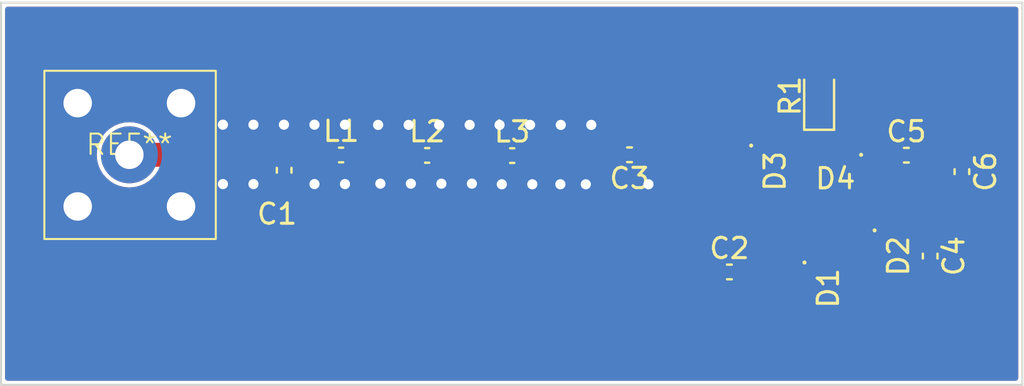
<source format=kicad_pcb>
(kicad_pcb (version 20221018) (generator pcbnew)
  (layers (0 "F.Cu" signal) (31 "B.Cu" signal) (34 "B.Paste" user) (35 "F.Paste" user) (36 "B.SilkS" user "B.Silkscreen") (37 "F.SilkS" user "F.Silkscreen") (38 "B.Mask" user) (39 "F.Mask" user) (44 "Edge.Cuts" user))
  (net 0 "")
  (net 1 "Net-(J1-In)")
  (net 2 "0")
  (net 3 "Net-(C2-Pad1)")
  (net 4 "Net-(D2-K)")
  (net 5 "Net-(D4-K)")
  (net 6 "Net-(C5-Pad2)")
  (net 7 "Net-(L1-Pad2)")
  (net 8 "Net-(L2-Pad2)")
  (footprint "Diode_SMD:D_0402_1005Metric_Pad0.77x0.64mm_HandSolder" (layer "F.Cu") (at 78.33 55.81 -90)
    (fp_text reference "D2" (at 0 -1.17 -270) (layer "F.SilkS"))
    (fp_text value "D_Schottky" hide)
    (fp_circle (center -1.265 0) (end -1.215 0) (stroke (width 0.1)) (fill none) (layer "F.SilkS"))
    (pad "1" smd roundrect (at -0.8 0 270) (size 1.18 0.64) (layers "F.Cu" "F.Paste" "F.Mask") (net 4 "Net-(D2-K)"))
    (pad "2" smd roundrect (at 0.8 0 270) (size 1.18 0.64) (layers "F.Cu" "F.Paste" "F.Mask") (net 4 "Net-(D2-K)"))
  )
  (footprint "Capacitor_SMD:C_0402_1005Metric_Pad0.74x0.62mm_HandSolder" (layer "F.Cu") (at 79.89 50.85)
    (fp_text reference "C5" (at 0 -1.16) (layer "F.SilkS"))
    (fp_text value "10pF")
    (fp_line (start -0.115835 -0.36) (end 0.115835 -0.36) (stroke (width 0.12)) (layer "F.SilkS"))
    (fp_line (start -0.115835 0.36) (end 0.115835 0.36) (stroke (width 0.12)) (layer "F.SilkS"))
    (pad "1" smd roundrect (at -0.8 0) (size 1.18 0.62) (layers "F.Cu" "F.Paste" "F.Mask") (net 5 "Net-(D4-K)"))
    (pad "2" smd roundrect (at 0.8 0) (size 1.18 0.62) (layers "F.Cu" "F.Paste" "F.Mask") (net 6 "Net-(C5-Pad2)"))
  )
  (footprint "Capacitor_SMD:C_0402_1005Metric_Pad0.74x0.62mm_HandSolder" (layer "F.Cu") (at 81.06 55.81 -90)
    (fp_text reference "C4" (at 0 -1.16 90) (layer "F.SilkS"))
    (fp_text value "15pF")
    (fp_line (start -0.115835 -0.36) (end 0.115835 -0.36) (stroke (width 0.12)) (layer "F.SilkS"))
    (fp_line (start -0.115835 0.36) (end 0.115835 0.36) (stroke (width 0.12)) (layer "F.SilkS"))
    (pad "1" smd roundrect (at -0.8 0 270) (size 1.18 0.62) (layers "F.Cu" "F.Paste" "F.Mask") (net 4 "Net-(D2-K)"))
    (pad "2" smd roundrect (at 0.8 0 270) (size 1.18 0.62) (layers "F.Cu" "F.Paste" "F.Mask") (net 2 "0"))
  )
  (footprint "Capacitor_SMD:C_0402_1005Metric_Pad0.74x0.62mm_HandSolder" (layer "F.Cu") (at 82.62 51.66 -90)
    (fp_text reference "C6" (at 0 -1.16 90) (layer "F.SilkS"))
    (fp_text value "10pF")
    (fp_line (start -0.115835 -0.36) (end 0.115835 -0.36) (stroke (width 0.12)) (layer "F.SilkS"))
    (fp_line (start -0.115835 0.36) (end 0.115835 0.36) (stroke (width 0.12)) (layer "F.SilkS"))
    (pad "1" smd roundrect (at -0.8 0 270) (size 1.18 0.62) (layers "F.Cu" "F.Paste" "F.Mask") (net 6 "Net-(C5-Pad2)"))
    (pad "2" smd roundrect (at 0.8 0 270) (size 1.18 0.62) (layers "F.Cu" "F.Paste" "F.Mask") (net 2 "0"))
  )
  (footprint "Inductor_SMD:L_0402_1005Metric_Pad0.77x0.64mm_HandSolder" (layer "F.Cu") (at 52.1 50.84)
    (fp_text reference "L1" (at 0 -1.17) (layer "F.SilkS"))
    (fp_text value "10nH")
    (fp_line (start -0.1002 -0.36) (end 0.1002 -0.36) (stroke (width 0.12)) (layer "F.SilkS"))
    (fp_line (start -0.1002 0.36) (end 0.1002 0.36) (stroke (width 0.12)) (layer "F.SilkS"))
    (pad "1" smd roundrect (at -0.5725 0) (size 0.765 0.64) (layers "F.Cu" "F.Paste" "F.Mask") (net 1 "Net-(J1-In)"))
    (pad "2" smd roundrect (at 0.5725 0) (size 0.765 0.64) (layers "F.Cu" "F.Paste" "F.Mask") (net 7 "Net-(L1-Pad2)"))
  )
  (footprint "Diode_SMD:D_0402_1005Metric_Pad0.77x0.64mm_HandSolder" (layer "F.Cu") (at 74.88 57.39 -90)
    (fp_text reference "D1" (at 0 -1.17 90) (layer "F.SilkS"))
    (fp_text value "D_Schottky")
    (fp_circle (center -1.265 0) (end -1.215 0) (stroke (width 0.1)) (fill none) (layer "F.SilkS"))
    (pad "1" smd roundrect (at -0.8 0 270) (size 1.18 0.64) (layers "F.Cu" "F.Paste" "F.Mask") (net 4 "Net-(D2-K)"))
    (pad "2" smd roundrect (at 0.8 0 270) (size 1.18 0.64) (layers "F.Cu" "F.Paste" "F.Mask") (net 2 "0"))
  )
  (footprint "Diode_SMD:D_0402_1005Metric_Pad0.77x0.64mm_HandSolder" (layer "F.Cu") (at 72.26 51.64 -90)
    (fp_text reference "D3" (at 0 -1.17 90) (layer "F.SilkS"))
    (fp_text value "D_Schottky")
    (fp_circle (center -1.265 0) (end -1.215 0) (stroke (width 0.1)) (fill none) (layer "F.SilkS"))
    (pad "1" smd roundrect (at -0.8 0 270) (size 1.18 0.64) (layers "F.Cu" "F.Paste" "F.Mask") (net 4 "Net-(D2-K)"))
    (pad "2" smd roundrect (at 0.8 0 270) (size 1.18 0.64) (layers "F.Cu" "F.Paste" "F.Mask") (net 4 "Net-(D2-K)"))
  )
  (footprint "Library:SMA" (layer "F.Cu") (at 41.69 50.83)
    (fp_text reference "REF**" (at 0 -0.5 unlocked) (layer "F.SilkS") (effects (font (thickness 0.1))))
    (fp_text value "SMA")
    (fp_rect (start -4.18 -4.13) (end 4.25 4.14) (stroke (width 0.1)) (fill none) (layer "F.SilkS"))
    (pad "1" thru_hole circle (at 0 0) (size 2.8 2.8) (drill 1.4) (layers "*.Cu" "*.Mask") (net 1 "Net-(J1-In)"))
    (pad "2" thru_hole circle (at -2.54 -2.54) (size 2.8 2.8) (drill 1.4) (layers "*.Cu" "*.Mask") (net 2 "0"))
    (pad "3" thru_hole circle (at 2.54 -2.54) (size 2.8 2.8) (drill 1.4) (layers "*.Cu" "*.Mask") (net 2 "0"))
    (pad "4" thru_hole circle (at 2.54 2.54) (size 2.8 2.8) (drill 1.4) (layers "*.Cu" "*.Mask") (net 2 "0"))
    (pad "5" thru_hole circle (at -2.54 2.54) (size 2.8 2.8) (drill 1.4) (layers "*.Cu" "*.Mask") (net 2 "0"))
  )
  (footprint "Inductor_SMD:L_0402_1005Metric_Pad0.77x0.64mm_HandSolder" (layer "F.Cu") (at 60.51 50.87)
    (fp_text reference "L3" (at 0 -1.17) (layer "F.SilkS"))
    (fp_text value "2.2nH")
    (fp_line (start -0.1002 -0.36) (end 0.1002 -0.36) (stroke (width 0.12)) (layer "F.SilkS"))
    (fp_line (start -0.1002 0.36) (end 0.1002 0.36) (stroke (width 0.12)) (layer "F.SilkS"))
    (pad "1" smd roundrect (at -0.5725 0) (size 0.765 0.64) (layers "F.Cu" "F.Paste" "F.Mask") (net 8 "Net-(L2-Pad2)"))
    (pad "2" smd roundrect (at 0.5725 0) (size 0.765 0.64) (layers "F.Cu" "F.Paste" "F.Mask") (net 3 "Net-(C2-Pad1)"))
  )
  (footprint "Capacitor_SMD:C_0402_1005Metric_Pad0.74x0.62mm_HandSolder" (layer "F.Cu") (at 71.19 56.59)
    (fp_text reference "C2" (at 0 -1.16) (layer "F.SilkS"))
    (fp_text value "15pF")
    (fp_line (start -0.115835 -0.36) (end 0.115835 -0.36) (stroke (width 0.12)) (layer "F.SilkS"))
    (fp_line (start -0.115835 0.36) (end 0.115835 0.36) (stroke (width 0.12)) (layer "F.SilkS"))
    (pad "1" smd roundrect (at -0.8 0) (size 1.18 0.62) (layers "F.Cu" "F.Paste" "F.Mask") (net 3 "Net-(C2-Pad1)"))
    (pad "2" smd roundrect (at 0.8 0) (size 1.18 0.62) (layers "F.Cu" "F.Paste" "F.Mask") (net 4 "Net-(D2-K)"))
  )
  (footprint "Capacitor_SMD:C_0402_1005Metric_Pad0.74x0.62mm_HandSolder" (layer "F.Cu") (at 49.3 51.59 -90)
    (fp_text reference "C1" (at 2.15 0.35) (layer "F.SilkS"))
    (fp_text value "2pF")
    (fp_line (start -0.115835 -0.36) (end 0.115835 -0.36) (stroke (width 0.12)) (layer "F.SilkS"))
    (fp_line (start -0.115835 0.36) (end 0.115835 0.36) (stroke (width 0.12)) (layer "F.SilkS"))
    (pad "1" smd roundrect (at -0.8 0 270) (size 1.18 0.62) (layers "F.Cu" "F.Paste" "F.Mask") (net 1 "Net-(J1-In)"))
    (pad "2" smd roundrect (at 0.8 0 270) (size 1.18 0.62) (layers "F.Cu" "F.Paste" "F.Mask") (net 2 "0"))
  )
  (footprint "Diode_SMD:D_0402_1005Metric_Pad0.77x0.64mm_HandSolder" (layer "F.Cu") (at 76.4 50.83 180)
    (fp_text reference "D4" (at 0 -1.17) (layer "F.SilkS"))
    (fp_text value "D_Schottky")
    (fp_circle (center -1.265 0) (end -1.215 0) (stroke (width 0.1)) (fill none) (layer "F.SilkS"))
    (pad "1" smd roundrect (at -0.8 0 180) (size 1.18 0.64) (layers "F.Cu" "F.Paste" "F.Mask") (net 4 "Net-(D2-K)"))
    (pad "2" smd roundrect (at 0.8 0 180) (size 1.18 0.64) (layers "F.Cu" "F.Paste" "F.Mask") (net 4 "Net-(D2-K)"))
  )
  (footprint "Capacitor_SMD:C_0402_1005Metric_Pad0.74x0.62mm_HandSolder" (layer "F.Cu") (at 66.28 50.83 180)
    (fp_text reference "C3" (at 0 -1.16) (layer "F.SilkS"))
    (fp_text value "15pF")
    (fp_line (start -0.115835 -0.36) (end 0.115835 -0.36) (stroke (width 0.12)) (layer "F.SilkS"))
    (fp_line (start -0.115835 0.36) (end 0.115835 0.36) (stroke (width 0.12)) (layer "F.SilkS"))
    (pad "1" smd roundrect (at -0.8 0 180) (size 1.18 0.62) (layers "F.Cu" "F.Paste" "F.Mask") (net 4 "Net-(D2-K)"))
    (pad "2" smd roundrect (at 0.8 0 180) (size 1.18 0.62) (layers "F.Cu" "F.Paste" "F.Mask") (net 3 "Net-(C2-Pad1)"))
  )
  (footprint "Diode_SMD:D_0603_1608Metric_Pad1.05x0.95mm_HandSolder" (layer "F.Cu") (at 75.6 47.94 90)
    (fp_text reference "R1" (at 0 -1.43 90) (layer "F.SilkS"))
    (fp_text value "50k")
    (fp_line (start -1.66 -0.735) (end -1.66 0.735) (stroke (width 0.12)) (layer "F.SilkS"))
    (fp_line (start -1.66 0.735) (end 0.8 0.735) (stroke (width 0.12)) (layer "F.SilkS"))
    (fp_line (start 0.8 -0.735) (end -1.66 -0.735) (stroke (width 0.12)) (layer "F.SilkS"))
    (pad "1" smd roundrect (at -0.875 0 90) (size 1.05 0.95) (layers "F.Cu" "F.Paste" "F.Mask") (net 4 "Net-(D2-K)"))
    (pad "2" smd roundrect (at 0.875 0 90) (size 1.05 0.95) (layers "F.Cu" "F.Paste" "F.Mask") (net 2 "0"))
  )
  (footprint "Inductor_SMD:L_0402_1005Metric_Pad0.77x0.64mm_HandSolder" (layer "F.Cu") (at 56.33 50.86)
    (fp_text reference "L2" (at 0 -1.17) (layer "F.SilkS"))
    (fp_text value "1.8nH")
    (fp_line (start -0.1002 -0.36) (end 0.1002 -0.36) (stroke (width 0.12)) (layer "F.SilkS"))
    (fp_line (start -0.1002 0.36) (end 0.1002 0.36) (stroke (width 0.12)) (layer "F.SilkS"))
    (pad "1" smd roundrect (at -0.5725 0) (size 0.765 0.64) (layers "F.Cu" "F.Paste" "F.Mask") (net 7 "Net-(L1-Pad2)"))
    (pad "2" smd roundrect (at 0.5725 0) (size 0.765 0.64) (layers "F.Cu" "F.Paste" "F.Mask") (net 8 "Net-(L2-Pad2)"))
  )
  (gr_rect (start 35.38 43.35) (end 85.59 62.14) (stroke (width 0.1)) (fill none) (layer "Edge.Cuts"))
  (segment (start 51.5275 50.84) (end 49.35 50.84) (width 1.18) (layer "F.Cu") (net 1))
  (segment (start 41.69 50.83) (end 49.26 50.83) (width 1.18) (layer "F.Cu") (net 1))
  (segment (start 51.69 50.79) (end 51.74 50.84) (width 0.25) (layer "F.Cu") (net 1))
  (segment (start 49.35 50.84) (end 49.3 50.79) (width 0.25) (layer "F.Cu") (net 1))
  (segment (start 49.26 50.83) (end 49.3 50.79) (width 0.25) (layer "F.Cu") (net 1))
  (arc (start 49.26 50.73) (mid 49.230711 50.800711) (end 49.16 50.83) (width 0.25) (layer "F.Cu") (net 1))
  (arc (start 49.26 50.73) (mid 49.280503 50.779497) (end 49.33 50.8) (width 0.25) (layer "F.Cu") (net 1))
  (via (at 52.29 49.35) (size 1) (drill 0.5) (layers "F.Cu" "B.Cu") (net 2))
  (via (at 61.39 49.36) (size 1) (drill 0.5) (layers "F.Cu" "B.Cu") (net 2))
  (via (at 60 52.28) (size 1) (drill 0.5) (layers "F.Cu" "B.Cu") (net 2))
  (via (at 52.29 52.27) (size 1) (drill 0.5) (layers "F.Cu" "B.Cu") (net 2))
  (via (at 49.29 49.35) (size 1) (drill 0.5) (layers "F.Cu" "B.Cu") (net 2))
  (via (at 58.42 49.36) (size 1) (drill 0.5) (layers "F.Cu" "B.Cu") (net 2))
  (via (at 62.9 49.36) (size 1) (drill 0.5) (layers "F.Cu" "B.Cu") (net 2))
  (via (at 46.29 52.27) (size 1) (drill 0.5) (layers "F.Cu" "B.Cu") (net 2))
  (via (at 58.53 52.25) (size 1) (drill 0.5) (layers "F.Cu" "B.Cu") (net 2))
  (via (at 50.79 49.35) (size 1) (drill 0.5) (layers "F.Cu" "B.Cu") (net 2))
  (via (at 64.4 49.36) (size 1) (drill 0.5) (layers "F.Cu" "B.Cu") (net 2))
  (via (at 57.03 52.25) (size 1) (drill 0.5) (layers "F.Cu" "B.Cu") (net 2))
  (via (at 67.21 52.28) (size 1) (drill 0.5) (layers "F.Cu" "B.Cu") (net 2))
  (via (at 64.13 52.28) (size 1) (drill 0.5) (layers "F.Cu" "B.Cu") (net 2))
  (via (at 56.92 49.36) (size 1) (drill 0.5) (layers "F.Cu" "B.Cu") (net 2))
  (via (at 53.92 49.36) (size 1) (drill 0.5) (layers "F.Cu" "B.Cu") (net 2))
  (via (at 46.29 49.35) (size 1) (drill 0.5) (layers "F.Cu" "B.Cu") (net 2))
  (via (at 61.5 52.28) (size 1) (drill 0.5) (layers "F.Cu" "B.Cu") (net 2))
  (via (at 47.79 49.35) (size 1) (drill 0.5) (layers "F.Cu" "B.Cu") (net 2))
  (via (at 54.03 52.25) (size 1) (drill 0.5) (layers "F.Cu" "B.Cu") (net 2))
  (via (at 47.79 52.27) (size 1) (drill 0.5) (layers "F.Cu" "B.Cu") (net 2))
  (via (at 59.89 49.36) (size 1) (drill 0.5) (layers "F.Cu" "B.Cu") (net 2))
  (via (at 55.42 49.36) (size 1) (drill 0.5) (layers "F.Cu" "B.Cu") (net 2))
  (via (at 50.79 52.27) (size 1) (drill 0.5) (layers "F.Cu" "B.Cu") (net 2))
  (via (at 55.53 52.25) (size 1) (drill 0.5) (layers "F.Cu" "B.Cu") (net 2))
  (via (at 62.88 52.28) (size 1) (drill 0.5) (layers "F.Cu" "B.Cu") (net 2))
  (segment (start 65.46 50.81) (end 65.48 50.83) (width 0.25) (layer "F.Cu") (net 3))
  (segment (start 61.0825 50.87) (end 65.44 50.87) (width 1.18) (layer "F.Cu") (net 3))
  (segment (start 65.48 53.59) (end 65.48 50.83) (width 1.18) (layer "F.Cu") (net 3))
  (segment (start 65.44 50.87) (end 65.48 50.83) (width 0.25) (layer "F.Cu") (net 3))
  (segment (start 65.5 53.61) (end 65.5 54.59) (width 1.18) (layer "F.Cu") (net 3))
  (segment (start 67.5 56.59) (end 70.404934 56.59) (width 1.18) (layer "F.Cu") (net 3))
  (arc (start 65.5 54.59) (mid 66.085786 56.004214) (end 67.5 56.59) (width 1.18) (layer "F.Cu") (net 3))
  (arc (start 65.5 53.61) (mid 65.485858 53.604142) (end 65.48 53.59) (width 1.18) (layer "F.Cu") (net 3))
  (segment (start 72.26 50.84) (end 75.59 50.84) (width 1.18) (layer "F.Cu") (net 4))
  (segment (start 72.26 52.44) (end 75.76 52.44) (width 1.18) (layer "F.Cu") (net 4))
  (segment (start 77.2 50.83) (end 79.1075 50.83) (width 1.18) (layer "F.Cu") (net 4))
  (segment (start 75.6 48.815) (end 75.6 50.83) (width 1.18) (layer "F.Cu") (net 4))
  (segment (start 74.86 56.5875) (end 78.325 56.5875) (width 1.18) (layer "F.Cu") (net 4))
  (segment (start 67.0825 50.8275) (end 72.25 50.8275) (width 1.18) (layer "F.Cu") (net 4))
  (segment (start 71.99 56.59) (end 74.8575 56.59) (width 1.18) (layer "F.Cu") (net 4))
  (segment (start 78.33 55.01) (end 81.02 55.01) (width 1.18) (layer "F.Cu") (net 4))
  (segment (start 78.34 54.549999) (end 78.34 55.4575) (width 0.25) (layer "F.Cu") (net 4))
  (arc (start 78.325 56.5875) (mid 78.335607 56.591893) (end 78.34 56.6025) (width 0.25) (layer "F.Cu") (net 4))
  (arc (start 81.02 55.01) (mid 81.048284 55.021716) (end 81.06 55.05) (width 0.25) (layer "F.Cu") (net 4))
  (arc (start 75.76 52.44) (mid 77.577264 53.192736) (end 78.33 55.01) (width 1.18) (layer "F.Cu") (net 4))
  (arc (start 75.59 50.84) (mid 75.597071 50.837071) (end 75.6 50.83) (width 0.25) (layer "F.Cu") (net 4))
  (arc (start 72.25 51.9725) (mid 72.250732 51.970732) (end 72.2525 51.97) (width 0.25) (layer "F.Cu") (net 4))
  (arc (start 79.1075 50.83) (mid 79.109268 50.830732) (end 79.11 50.8325) (width 0.25) (layer "F.Cu") (net 4))
  (arc (start 74.8575 56.59) (mid 74.859268 56.589268) (end 74.86 56.5875) (width 0.25) (layer "F.Cu") (net 4))
  (arc (start 67.08 50.83) (mid 67.080732 50.828232) (end 67.0825 50.8275) (width 0.25) (layer "F.Cu") (net 4))
  (arc (start 80.965 55.4575) (mid 80.968536 55.458964) (end 80.97 55.4625) (width 0.25) (layer "F.Cu") (net 4))
  (arc (start 75.825 50.8275) (mid 75.826768 50.828232) (end 75.8275 50.83) (width 0.25) (layer "F.Cu") (net 4))
  (segment (start 82.63 50.85) (end 82.64 50.84) (width 0.25) (layer "F.Cu") (net 6))
  (segment (start 80.69 50.85) (end 82.63 50.85) (width 1.18) (layer "F.Cu") (net 6))
  (segment (start 55.5975 50.84) (end 55.6175 50.86) (width 0.25) (layer "F.Cu") (net 7))
  (segment (start 52.885 50.84) (end 55.5975 50.84) (width 1.18) (layer "F.Cu") (net 7))
  (segment (start 56.9025 50.86) (end 59.7675 50.86) (width 1.18) (layer "F.Cu") (net 8))
  (segment (start 59.7675 50.86) (end 59.8175 50.81) (width 0.25) (layer "F.Cu") (net 8))
  (zone (net 2) (net_name "0") (layer "F.Cu") (connect_pads yes (clearance 0.2)) (min_thickness 0.25) (fill yes (thermal_gap 0.5) (thermal_bridge_width 0.5))
    (polygon (pts (xy 35.38 62.099911) (xy 85.59 62.05) (xy 85.68 43.35) (xy 35.38 43.34)))
  )
  (zone (net 2) (net_name "0") (layer "B.Cu") (priority 1) (connect_pads yes (clearance 0.2)) (min_thickness 0.25) (fill yes (thermal_gap 0.5) (thermal_bridge_width 0.5))
    (polygon (pts (xy 35.387052 43.373073) (xy 35.334869 62.202399) (xy 85.59 62.09) (xy 85.51 43.27) (xy 45.22 43.22)))
  )
)
</source>
